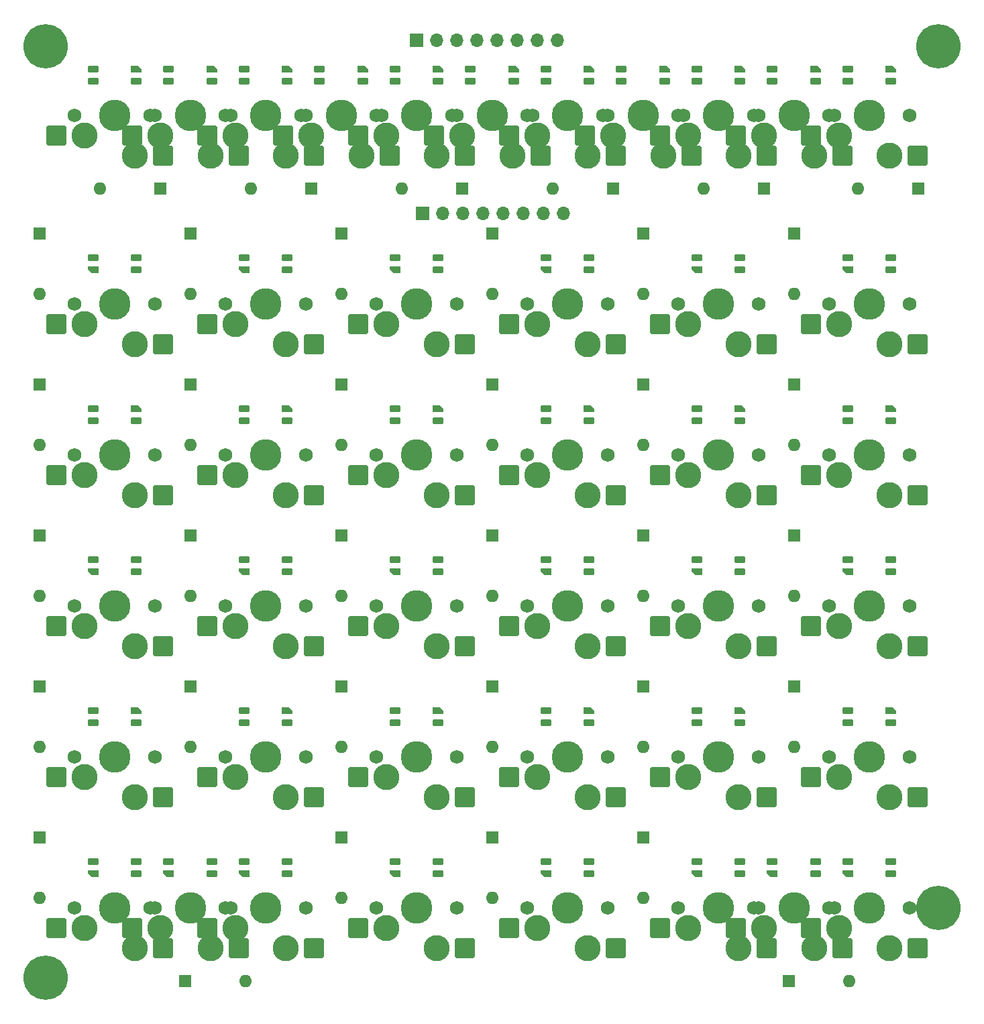
<source format=gbr>
%TF.GenerationSoftware,KiCad,Pcbnew,(6.0.9)*%
%TF.CreationDate,2022-12-06T20:11:38+01:00*%
%TF.ProjectId,tekskey-rounded-half,74656b73-6b65-4792-9d72-6f756e646564,rev?*%
%TF.SameCoordinates,Original*%
%TF.FileFunction,Soldermask,Top*%
%TF.FilePolarity,Negative*%
%FSLAX46Y46*%
G04 Gerber Fmt 4.6, Leading zero omitted, Abs format (unit mm)*
G04 Created by KiCad (PCBNEW (6.0.9)) date 2022-12-06 20:11:38*
%MOMM*%
%LPD*%
G01*
G04 APERTURE LIST*
G04 Aperture macros list*
%AMRoundRect*
0 Rectangle with rounded corners*
0 $1 Rounding radius*
0 $2 $3 $4 $5 $6 $7 $8 $9 X,Y pos of 4 corners*
0 Add a 4 corners polygon primitive as box body*
4,1,4,$2,$3,$4,$5,$6,$7,$8,$9,$2,$3,0*
0 Add four circle primitives for the rounded corners*
1,1,$1+$1,$2,$3*
1,1,$1+$1,$4,$5*
1,1,$1+$1,$6,$7*
1,1,$1+$1,$8,$9*
0 Add four rect primitives between the rounded corners*
20,1,$1+$1,$2,$3,$4,$5,0*
20,1,$1+$1,$4,$5,$6,$7,0*
20,1,$1+$1,$6,$7,$8,$9,0*
20,1,$1+$1,$8,$9,$2,$3,0*%
%AMFreePoly0*
4,1,18,-0.410000,0.265000,0.000000,0.675000,0.328000,0.675000,0.359380,0.668758,0.385983,0.650983,0.403758,0.624380,0.410000,0.593000,0.410000,-0.593000,0.403758,-0.624380,0.385983,-0.650983,0.359380,-0.668758,0.328000,-0.675000,-0.328000,-0.675000,-0.359380,-0.668758,-0.385983,-0.650983,-0.403758,-0.624380,-0.410000,-0.593000,-0.410000,0.265000,-0.410000,0.265000,$1*%
G04 Aperture macros list end*
%ADD10C,1.750000*%
%ADD11C,3.987800*%
%ADD12C,3.300000*%
%ADD13RoundRect,0.250000X1.025000X1.000000X-1.025000X1.000000X-1.025000X-1.000000X1.025000X-1.000000X0*%
%ADD14RoundRect,0.082000X0.593000X-0.328000X0.593000X0.328000X-0.593000X0.328000X-0.593000X-0.328000X0*%
%ADD15FreePoly0,90.000000*%
%ADD16C,5.600000*%
%ADD17R,1.600000X1.600000*%
%ADD18O,1.600000X1.600000*%
%ADD19RoundRect,0.082000X-0.593000X0.328000X-0.593000X-0.328000X0.593000X-0.328000X0.593000X0.328000X0*%
%ADD20FreePoly0,270.000000*%
%ADD21R,1.700000X1.700000*%
%ADD22O,1.700000X1.700000*%
G04 APERTURE END LIST*
D10*
%TO.C,SW51B101*%
X69869700Y-150875900D03*
X59709700Y-150875900D03*
D11*
X64789700Y-150875900D03*
D12*
X60979700Y-153415900D03*
D13*
X57429700Y-153415900D03*
X70879700Y-155955900D03*
D12*
X67329700Y-155955900D03*
%TD*%
D14*
%TO.C,LED136*%
X134189700Y-145045900D03*
X134189700Y-146545900D03*
X128739700Y-145045900D03*
D15*
X128739700Y-146545900D03*
%TD*%
D16*
%TO.C,J106*%
X159250702Y-150896810D03*
%TD*%
D17*
%TO.C,D128*%
X102889700Y-122935900D03*
D18*
X102889700Y-130555900D03*
%TD*%
D17*
%TO.C,D102*%
X80029700Y-60070900D03*
D18*
X72409700Y-60070900D03*
%TD*%
D14*
%TO.C,LED121*%
X96089700Y-106945900D03*
X96089700Y-108445900D03*
X90639700Y-106945900D03*
D15*
X90639700Y-108445900D03*
%TD*%
D19*
%TO.C,LED1B101*%
X81114700Y-46533400D03*
X81114700Y-45033400D03*
X86564700Y-46533400D03*
D20*
X86564700Y-45033400D03*
%TD*%
D14*
%TO.C,LED123*%
X134189700Y-106945900D03*
X134189700Y-108445900D03*
X128739700Y-106945900D03*
D15*
X128739700Y-108445900D03*
%TD*%
D17*
%TO.C,D129*%
X121939700Y-122935900D03*
D18*
X121939700Y-130555900D03*
%TD*%
D14*
%TO.C,LED110*%
X115139700Y-68845900D03*
X115139700Y-70345900D03*
X109689700Y-68845900D03*
D15*
X109689700Y-70345900D03*
%TD*%
D10*
%TO.C,SW130*%
X145434700Y-131825900D03*
X155594700Y-131825900D03*
D11*
X150514700Y-131825900D03*
D12*
X146704700Y-134365900D03*
D13*
X143154700Y-134365900D03*
D12*
X153054700Y-136905900D03*
D13*
X156604700Y-136905900D03*
%TD*%
D11*
%TO.C,SW122*%
X112414700Y-112775900D03*
D10*
X117494700Y-112775900D03*
X107334700Y-112775900D03*
D12*
X108604700Y-115315900D03*
D13*
X105054700Y-115315900D03*
X118504700Y-117855900D03*
D12*
X114954700Y-117855900D03*
%TD*%
D10*
%TO.C,SW112*%
X155594700Y-74675900D03*
D11*
X150514700Y-74675900D03*
D10*
X145434700Y-74675900D03*
D12*
X146704700Y-77215900D03*
D13*
X143154700Y-77215900D03*
D12*
X153054700Y-79755900D03*
D13*
X156604700Y-79755900D03*
%TD*%
D14*
%TO.C,LED138*%
X153239700Y-145045900D03*
X153239700Y-146545900D03*
X147789700Y-145045900D03*
D15*
X147789700Y-146545900D03*
%TD*%
D10*
%TO.C,SW110*%
X107334700Y-74675900D03*
X117494700Y-74675900D03*
D11*
X112414700Y-74675900D03*
D13*
X105054700Y-77215900D03*
D12*
X108604700Y-77215900D03*
X114954700Y-79755900D03*
D13*
X118504700Y-79755900D03*
%TD*%
D17*
%TO.C,D122*%
X102889700Y-103885900D03*
D18*
X102889700Y-111505900D03*
%TD*%
D11*
%TO.C,SW120*%
X74314700Y-112775900D03*
D10*
X69234700Y-112775900D03*
X79394700Y-112775900D03*
D12*
X70504700Y-115315900D03*
D13*
X66954700Y-115315900D03*
D12*
X76854700Y-117855900D03*
D13*
X80404700Y-117855900D03*
%TD*%
D17*
%TO.C,D125*%
X45739700Y-122935900D03*
D18*
X45739700Y-130555900D03*
%TD*%
D16*
%TO.C,J103*%
X159250702Y-42153060D03*
%TD*%
D10*
%TO.C,SW132*%
X69234700Y-150875900D03*
D11*
X74314700Y-150875900D03*
D10*
X79394700Y-150875900D03*
D12*
X70504700Y-153415900D03*
D13*
X66954700Y-153415900D03*
X80404700Y-155955900D03*
D12*
X76854700Y-155955900D03*
%TD*%
D11*
%TO.C,SW108*%
X74314700Y-74675900D03*
D10*
X69234700Y-74675900D03*
X79394700Y-74675900D03*
D13*
X66954700Y-77215900D03*
D12*
X70504700Y-77215900D03*
D13*
X80404700Y-79755900D03*
D12*
X76854700Y-79755900D03*
%TD*%
D10*
%TO.C,SW104*%
X107334700Y-50863400D03*
X117494700Y-50863400D03*
D11*
X112414700Y-50863400D03*
D13*
X105054700Y-53403400D03*
D12*
X108604700Y-53403400D03*
D13*
X118504700Y-55943400D03*
D12*
X114954700Y-55943400D03*
%TD*%
D14*
%TO.C,LED135*%
X115139700Y-145045900D03*
X115139700Y-146545900D03*
X109689700Y-145045900D03*
D15*
X109689700Y-146545900D03*
%TD*%
D10*
%TO.C,SW101*%
X60344700Y-50863400D03*
X50184700Y-50863400D03*
D11*
X55264700Y-50863400D03*
D12*
X51454700Y-53403400D03*
D13*
X47904700Y-53403400D03*
D12*
X57804700Y-55943400D03*
D13*
X61354700Y-55943400D03*
%TD*%
D17*
%TO.C,D126*%
X64789700Y-122935900D03*
D18*
X64789700Y-130555900D03*
%TD*%
D17*
%TO.C,D131*%
X45739700Y-141985900D03*
D18*
X45739700Y-149605900D03*
%TD*%
D19*
%TO.C,LED105*%
X128739700Y-46533400D03*
X128739700Y-45033400D03*
X134189700Y-46533400D03*
D20*
X134189700Y-45033400D03*
%TD*%
D17*
%TO.C,D106*%
X156705950Y-60070900D03*
D18*
X149085950Y-60070900D03*
%TD*%
D11*
%TO.C,SW107*%
X55264700Y-74675900D03*
D10*
X60344700Y-74675900D03*
X50184700Y-74675900D03*
D13*
X47904700Y-77215900D03*
D12*
X51454700Y-77215900D03*
D13*
X61354700Y-79755900D03*
D12*
X57804700Y-79755900D03*
%TD*%
D16*
%TO.C,J105*%
X46538202Y-42153060D03*
%TD*%
D19*
%TO.C,LED103*%
X90639700Y-46533400D03*
X90639700Y-45033400D03*
X96089700Y-46533400D03*
D20*
X96089700Y-45033400D03*
%TD*%
D10*
%TO.C,SW133*%
X88284700Y-150875900D03*
X98444700Y-150875900D03*
D11*
X93364700Y-150875900D03*
D12*
X89554700Y-153415900D03*
D13*
X86004700Y-153415900D03*
D12*
X95904700Y-155955900D03*
D13*
X99454700Y-155955900D03*
%TD*%
D21*
%TO.C,J102*%
X93364700Y-41359310D03*
D22*
X95904700Y-41359310D03*
X98444700Y-41359310D03*
X100984700Y-41359310D03*
X103524700Y-41359310D03*
X106064700Y-41359310D03*
X108604700Y-41359310D03*
X111144700Y-41359310D03*
%TD*%
D10*
%TO.C,SW123*%
X136544700Y-112775900D03*
D11*
X131464700Y-112775900D03*
D10*
X126384700Y-112775900D03*
D12*
X127654700Y-115315900D03*
D13*
X124104700Y-115315900D03*
D12*
X134004700Y-117855900D03*
D13*
X137554700Y-117855900D03*
%TD*%
D11*
%TO.C,SW131*%
X55264700Y-150875900D03*
D10*
X60344700Y-150875900D03*
X50184700Y-150875900D03*
D12*
X51454700Y-153415900D03*
D13*
X47904700Y-153415900D03*
D12*
X57804700Y-155955900D03*
D13*
X61354700Y-155955900D03*
%TD*%
D10*
%TO.C,SW114*%
X79394700Y-93725900D03*
X69234700Y-93725900D03*
D11*
X74314700Y-93725900D03*
D13*
X66954700Y-96265900D03*
D12*
X70504700Y-96265900D03*
D13*
X80404700Y-98805900D03*
D12*
X76854700Y-98805900D03*
%TD*%
D17*
%TO.C,D121*%
X83839700Y-103885900D03*
D18*
X83839700Y-111505900D03*
%TD*%
D17*
%TO.C,D115*%
X83839700Y-84835900D03*
D18*
X83839700Y-92455900D03*
%TD*%
D11*
%TO.C,SW121*%
X93364700Y-112775900D03*
D10*
X88284700Y-112775900D03*
X98444700Y-112775900D03*
D13*
X86004700Y-115315900D03*
D12*
X89554700Y-115315900D03*
D13*
X99454700Y-117855900D03*
D12*
X95904700Y-117855900D03*
%TD*%
D10*
%TO.C,SW103*%
X98444700Y-50863400D03*
X88284700Y-50863400D03*
D11*
X93364700Y-50863400D03*
D13*
X86004700Y-53403400D03*
D12*
X89554700Y-53403400D03*
D13*
X99454700Y-55943400D03*
D12*
X95904700Y-55943400D03*
%TD*%
D14*
%TO.C,LED109*%
X96089700Y-68845900D03*
X96089700Y-70345900D03*
X90639700Y-68845900D03*
D15*
X90639700Y-70345900D03*
%TD*%
D14*
%TO.C,LED108*%
X77039700Y-68845900D03*
X77039700Y-70345900D03*
X71589700Y-68845900D03*
D15*
X71589700Y-70345900D03*
%TD*%
D14*
%TO.C,LED132*%
X67514700Y-145045900D03*
X67514700Y-146545900D03*
X62064700Y-145045900D03*
D15*
X62064700Y-146545900D03*
%TD*%
D19*
%TO.C,LED101*%
X52539700Y-46533400D03*
X52539700Y-45033400D03*
X57989700Y-46533400D03*
D20*
X57989700Y-45033400D03*
%TD*%
D10*
%TO.C,SW135*%
X126384700Y-150875900D03*
D11*
X131464700Y-150875900D03*
D10*
X136544700Y-150875900D03*
D12*
X127654700Y-153415900D03*
D13*
X124104700Y-153415900D03*
X137554700Y-155955900D03*
D12*
X134004700Y-155955900D03*
%TD*%
D19*
%TO.C,LED126*%
X71589700Y-127495900D03*
X71589700Y-125995900D03*
X77039700Y-127495900D03*
D20*
X77039700Y-125995900D03*
%TD*%
D19*
%TO.C,LED117*%
X128739700Y-89395900D03*
X128739700Y-87895900D03*
X134189700Y-89395900D03*
D20*
X134189700Y-87895900D03*
%TD*%
D11*
%TO.C,SW3B101*%
X102889700Y-50863400D03*
D10*
X97809700Y-50863400D03*
X107969700Y-50863400D03*
D13*
X95529700Y-53403400D03*
D12*
X99079700Y-53403400D03*
X105429700Y-55943400D03*
D13*
X108979700Y-55943400D03*
%TD*%
D11*
%TO.C,SW2B101*%
X83839700Y-50863400D03*
D10*
X78759700Y-50863400D03*
X88919700Y-50863400D03*
D13*
X76479700Y-53403400D03*
D12*
X80029700Y-53403400D03*
D13*
X89929700Y-55943400D03*
D12*
X86379700Y-55943400D03*
%TD*%
D17*
%TO.C,D113*%
X45739700Y-84835900D03*
D18*
X45739700Y-92455900D03*
%TD*%
D11*
%TO.C,SW126*%
X74314700Y-131825900D03*
D10*
X69234700Y-131825900D03*
X79394700Y-131825900D03*
D13*
X66954700Y-134365900D03*
D12*
X70504700Y-134365900D03*
X76854700Y-136905900D03*
D13*
X80404700Y-136905900D03*
%TD*%
D17*
%TO.C,D132*%
X64154700Y-160083400D03*
D18*
X71774700Y-160083400D03*
%TD*%
D17*
%TO.C,D123*%
X121939700Y-103885900D03*
D18*
X121939700Y-111505900D03*
%TD*%
D11*
%TO.C,SW102*%
X74314700Y-50863400D03*
D10*
X79394700Y-50863400D03*
X69234700Y-50863400D03*
D12*
X70504700Y-53403400D03*
D13*
X66954700Y-53403400D03*
D12*
X76854700Y-55943400D03*
D13*
X80404700Y-55943400D03*
%TD*%
D17*
%TO.C,D134*%
X102889700Y-141985900D03*
D18*
X102889700Y-149605900D03*
%TD*%
D17*
%TO.C,D105*%
X137179700Y-60070900D03*
D18*
X129559700Y-60070900D03*
%TD*%
D17*
%TO.C,D110*%
X102889700Y-65785900D03*
D18*
X102889700Y-73405900D03*
%TD*%
D11*
%TO.C,SW55B101*%
X140989700Y-150875900D03*
D10*
X135909700Y-150875900D03*
X146069700Y-150875900D03*
D13*
X133629700Y-153415900D03*
D12*
X137179700Y-153415900D03*
D13*
X147079700Y-155955900D03*
D12*
X143529700Y-155955900D03*
%TD*%
D17*
%TO.C,D107*%
X45739700Y-65785900D03*
D18*
X45739700Y-73405900D03*
%TD*%
D14*
%TO.C,LED120*%
X77039700Y-106945900D03*
X77039700Y-108445900D03*
X71589700Y-106945900D03*
D15*
X71589700Y-108445900D03*
%TD*%
D10*
%TO.C,SW118*%
X155594700Y-93725900D03*
D11*
X150514700Y-93725900D03*
D10*
X145434700Y-93725900D03*
D13*
X143154700Y-96265900D03*
D12*
X146704700Y-96265900D03*
D13*
X156604700Y-98805900D03*
D12*
X153054700Y-98805900D03*
%TD*%
D17*
%TO.C,D109*%
X83839700Y-65785900D03*
D18*
X83839700Y-73405900D03*
%TD*%
D19*
%TO.C,LED102*%
X71589700Y-46533400D03*
X71589700Y-45033400D03*
X77039700Y-46533400D03*
D20*
X77039700Y-45033400D03*
%TD*%
D17*
%TO.C,D112*%
X140989700Y-65785900D03*
D18*
X140989700Y-73405900D03*
%TD*%
D17*
%TO.C,D124*%
X140989700Y-103885900D03*
D18*
X140989700Y-111505900D03*
%TD*%
D19*
%TO.C,LED114*%
X71589700Y-89395900D03*
X71589700Y-87895900D03*
X77039700Y-89395900D03*
D20*
X77039700Y-87895900D03*
%TD*%
D17*
%TO.C,D104*%
X118129700Y-60070900D03*
D18*
X110509700Y-60070900D03*
%TD*%
D14*
%TO.C,LED133*%
X77039700Y-145045900D03*
X77039700Y-146545900D03*
X71589700Y-145045900D03*
D15*
X71589700Y-146545900D03*
%TD*%
D19*
%TO.C,LED118*%
X147789700Y-89395900D03*
X147789700Y-87895900D03*
X153239700Y-89395900D03*
D20*
X153239700Y-87895900D03*
%TD*%
D10*
%TO.C,SW4B101*%
X127019700Y-50863400D03*
D11*
X121939700Y-50863400D03*
D10*
X116859700Y-50863400D03*
D12*
X118129700Y-53403400D03*
D13*
X114579700Y-53403400D03*
X128029700Y-55943400D03*
D12*
X124479700Y-55943400D03*
%TD*%
D19*
%TO.C,LED116*%
X109689700Y-89395900D03*
X109689700Y-87895900D03*
X115139700Y-89395900D03*
D20*
X115139700Y-87895900D03*
%TD*%
D10*
%TO.C,SW106*%
X145434700Y-50863400D03*
X155594700Y-50863400D03*
D11*
X150514700Y-50863400D03*
D12*
X146704700Y-53403400D03*
D13*
X143154700Y-53403400D03*
D12*
X153054700Y-55943400D03*
D13*
X156604700Y-55943400D03*
%TD*%
D19*
%TO.C,LED125*%
X52539700Y-127495900D03*
X52539700Y-125995900D03*
X57989700Y-127495900D03*
D20*
X57989700Y-125995900D03*
%TD*%
D17*
%TO.C,D108*%
X64789700Y-65785900D03*
D18*
X64789700Y-73405900D03*
%TD*%
D17*
%TO.C,D136*%
X140354700Y-160083400D03*
D18*
X147974700Y-160083400D03*
%TD*%
D17*
%TO.C,D101*%
X60979700Y-60070900D03*
D18*
X53359700Y-60070900D03*
%TD*%
D14*
%TO.C,LED137*%
X143714700Y-145045900D03*
X143714700Y-146545900D03*
X138264700Y-145045900D03*
D15*
X138264700Y-146545900D03*
%TD*%
D11*
%TO.C,SW113*%
X55264700Y-93725900D03*
D10*
X50184700Y-93725900D03*
X60344700Y-93725900D03*
D13*
X47904700Y-96265900D03*
D12*
X51454700Y-96265900D03*
X57804700Y-98805900D03*
D13*
X61354700Y-98805900D03*
%TD*%
D19*
%TO.C,LED3B101*%
X119214700Y-46533400D03*
X119214700Y-45033400D03*
X124664700Y-46533400D03*
D20*
X124664700Y-45033400D03*
%TD*%
D17*
%TO.C,D135*%
X121939700Y-141985900D03*
D18*
X121939700Y-149605900D03*
%TD*%
D11*
%TO.C,SW1B101*%
X64789700Y-50863400D03*
D10*
X59709700Y-50863400D03*
X69869700Y-50863400D03*
D12*
X60979700Y-53403400D03*
D13*
X57429700Y-53403400D03*
X70879700Y-55943400D03*
D12*
X67329700Y-55943400D03*
%TD*%
D19*
%TO.C,LED106*%
X147789700Y-46533400D03*
X147789700Y-45033400D03*
X153239700Y-46533400D03*
D20*
X153239700Y-45033400D03*
%TD*%
D10*
%TO.C,SW105*%
X126384700Y-50863400D03*
X136544700Y-50863400D03*
D11*
X131464700Y-50863400D03*
D12*
X127654700Y-53403400D03*
D13*
X124104700Y-53403400D03*
D12*
X134004700Y-55943400D03*
D13*
X137554700Y-55943400D03*
%TD*%
D17*
%TO.C,D103*%
X99079700Y-60070900D03*
D18*
X91459700Y-60070900D03*
%TD*%
D19*
%TO.C,LED0B101*%
X62064700Y-46533400D03*
X62064700Y-45033400D03*
X67514700Y-46533400D03*
D20*
X67514700Y-45033400D03*
%TD*%
D19*
%TO.C,LED104*%
X109689700Y-46533400D03*
X109689700Y-45033400D03*
X115139700Y-46533400D03*
D20*
X115139700Y-45033400D03*
%TD*%
D11*
%TO.C,SW5B101*%
X140989700Y-50863400D03*
D10*
X146069700Y-50863400D03*
X135909700Y-50863400D03*
D13*
X133629700Y-53403400D03*
D12*
X137179700Y-53403400D03*
X143529700Y-55943400D03*
D13*
X147079700Y-55943400D03*
%TD*%
D11*
%TO.C,SW119*%
X55264700Y-112775900D03*
D10*
X60344700Y-112775900D03*
X50184700Y-112775900D03*
D12*
X51454700Y-115315900D03*
D13*
X47904700Y-115315900D03*
X61354700Y-117855900D03*
D12*
X57804700Y-117855900D03*
%TD*%
D17*
%TO.C,D133*%
X83839700Y-141985900D03*
D18*
X83839700Y-149605900D03*
%TD*%
D19*
%TO.C,LED127*%
X90639700Y-127495900D03*
X90639700Y-125995900D03*
X96089700Y-127495900D03*
D20*
X96089700Y-125995900D03*
%TD*%
D14*
%TO.C,LED134*%
X96089700Y-145045900D03*
X96089700Y-146545900D03*
X90639700Y-145045900D03*
D15*
X90639700Y-146545900D03*
%TD*%
D19*
%TO.C,LED2B101*%
X100164700Y-46533400D03*
X100164700Y-45033400D03*
X105614700Y-46533400D03*
D20*
X105614700Y-45033400D03*
%TD*%
D10*
%TO.C,SW127*%
X98444700Y-131825900D03*
D11*
X93364700Y-131825900D03*
D10*
X88284700Y-131825900D03*
D13*
X86004700Y-134365900D03*
D12*
X89554700Y-134365900D03*
X95904700Y-136905900D03*
D13*
X99454700Y-136905900D03*
%TD*%
D14*
%TO.C,LED122*%
X115139700Y-106945900D03*
X115139700Y-108445900D03*
X109689700Y-106945900D03*
D15*
X109689700Y-108445900D03*
%TD*%
D10*
%TO.C,SW136*%
X145434700Y-150875900D03*
X155594700Y-150875900D03*
D11*
X150514700Y-150875900D03*
D12*
X146704700Y-153415900D03*
D13*
X143154700Y-153415900D03*
X156604700Y-155955900D03*
D12*
X153054700Y-155955900D03*
%TD*%
D10*
%TO.C,SW117*%
X126384700Y-93725900D03*
X136544700Y-93725900D03*
D11*
X131464700Y-93725900D03*
D13*
X124104700Y-96265900D03*
D12*
X127654700Y-96265900D03*
D13*
X137554700Y-98805900D03*
D12*
X134004700Y-98805900D03*
%TD*%
D11*
%TO.C,SW125*%
X55264700Y-131825900D03*
D10*
X50184700Y-131825900D03*
X60344700Y-131825900D03*
D12*
X51454700Y-134365900D03*
D13*
X47904700Y-134365900D03*
D12*
X57804700Y-136905900D03*
D13*
X61354700Y-136905900D03*
%TD*%
D17*
%TO.C,D111*%
X121939700Y-65785900D03*
D18*
X121939700Y-73405900D03*
%TD*%
D10*
%TO.C,SW111*%
X126384700Y-74675900D03*
X136544700Y-74675900D03*
D11*
X131464700Y-74675900D03*
D13*
X124104700Y-77215900D03*
D12*
X127654700Y-77215900D03*
X134004700Y-79755900D03*
D13*
X137554700Y-79755900D03*
%TD*%
D14*
%TO.C,LED124*%
X153239700Y-106945900D03*
X153239700Y-108445900D03*
X147789700Y-106945900D03*
D15*
X147789700Y-108445900D03*
%TD*%
D17*
%TO.C,D116*%
X102889700Y-84835900D03*
D18*
X102889700Y-92455900D03*
%TD*%
D17*
%TO.C,D120*%
X64789700Y-103885900D03*
D18*
X64789700Y-111505900D03*
%TD*%
D10*
%TO.C,SW129*%
X136544700Y-131825900D03*
D11*
X131464700Y-131825900D03*
D10*
X126384700Y-131825900D03*
D13*
X124104700Y-134365900D03*
D12*
X127654700Y-134365900D03*
X134004700Y-136905900D03*
D13*
X137554700Y-136905900D03*
%TD*%
D17*
%TO.C,D127*%
X83839700Y-122935900D03*
D18*
X83839700Y-130555900D03*
%TD*%
D14*
%TO.C,LED111*%
X134189700Y-68845900D03*
X134189700Y-70345900D03*
X128739700Y-68845900D03*
D15*
X128739700Y-70345900D03*
%TD*%
D21*
%TO.C,J101*%
X94158450Y-63245900D03*
D22*
X96698450Y-63245900D03*
X99238450Y-63245900D03*
X101778450Y-63245900D03*
X104318450Y-63245900D03*
X106858450Y-63245900D03*
X109398450Y-63245900D03*
X111938450Y-63245900D03*
%TD*%
D10*
%TO.C,SW116*%
X117494700Y-93725900D03*
X107334700Y-93725900D03*
D11*
X112414700Y-93725900D03*
D13*
X105054700Y-96265900D03*
D12*
X108604700Y-96265900D03*
D13*
X118504700Y-98805900D03*
D12*
X114954700Y-98805900D03*
%TD*%
D19*
%TO.C,LED128*%
X109689700Y-127495900D03*
X109689700Y-125995900D03*
X115139700Y-127495900D03*
D20*
X115139700Y-125995900D03*
%TD*%
D17*
%TO.C,D130*%
X140989700Y-122935900D03*
D18*
X140989700Y-130555900D03*
%TD*%
D19*
%TO.C,LED4B101*%
X138264700Y-46533400D03*
X138264700Y-45033400D03*
X143714700Y-46533400D03*
D20*
X143714700Y-45033400D03*
%TD*%
D17*
%TO.C,D114*%
X64789700Y-84835900D03*
D18*
X64789700Y-92455900D03*
%TD*%
D10*
%TO.C,SW134*%
X117494700Y-150875900D03*
X107334700Y-150875900D03*
D11*
X112414700Y-150875900D03*
D12*
X108604700Y-153415900D03*
D13*
X105054700Y-153415900D03*
X118504700Y-155955900D03*
D12*
X114954700Y-155955900D03*
%TD*%
D19*
%TO.C,LED115*%
X90639700Y-89395900D03*
X90639700Y-87895900D03*
X96089700Y-89395900D03*
D20*
X96089700Y-87895900D03*
%TD*%
D19*
%TO.C,LED129*%
X128739700Y-127495900D03*
X128739700Y-125995900D03*
X134189700Y-127495900D03*
D20*
X134189700Y-125995900D03*
%TD*%
D11*
%TO.C,SW109*%
X93364700Y-74675900D03*
D10*
X88284700Y-74675900D03*
X98444700Y-74675900D03*
D13*
X86004700Y-77215900D03*
D12*
X89554700Y-77215900D03*
D13*
X99454700Y-79755900D03*
D12*
X95904700Y-79755900D03*
%TD*%
D17*
%TO.C,D118*%
X140989700Y-84835900D03*
D18*
X140989700Y-92455900D03*
%TD*%
D10*
%TO.C,SW115*%
X88284700Y-93725900D03*
X98444700Y-93725900D03*
D11*
X93364700Y-93725900D03*
D12*
X89554700Y-96265900D03*
D13*
X86004700Y-96265900D03*
X99454700Y-98805900D03*
D12*
X95904700Y-98805900D03*
%TD*%
D19*
%TO.C,LED113*%
X52539700Y-89395900D03*
X52539700Y-87895900D03*
X57989700Y-89395900D03*
D20*
X57989700Y-87895900D03*
%TD*%
D17*
%TO.C,D119*%
X45739700Y-103885900D03*
D18*
X45739700Y-111505900D03*
%TD*%
D11*
%TO.C,SW124*%
X150514700Y-112775900D03*
D10*
X155594700Y-112775900D03*
X145434700Y-112775900D03*
D12*
X146704700Y-115315900D03*
D13*
X143154700Y-115315900D03*
D12*
X153054700Y-117855900D03*
D13*
X156604700Y-117855900D03*
%TD*%
D17*
%TO.C,D117*%
X121939700Y-84835900D03*
D18*
X121939700Y-92455900D03*
%TD*%
D19*
%TO.C,LED130*%
X147789700Y-127495900D03*
X147789700Y-125995900D03*
X153239700Y-127495900D03*
D20*
X153239700Y-125995900D03*
%TD*%
D14*
%TO.C,LED107*%
X57989700Y-68845900D03*
X57989700Y-70345900D03*
X52539700Y-68845900D03*
D15*
X52539700Y-70345900D03*
%TD*%
D14*
%TO.C,LED119*%
X57989700Y-106945900D03*
X57989700Y-108445900D03*
X52539700Y-106945900D03*
D15*
X52539700Y-108445900D03*
%TD*%
D10*
%TO.C,SW128*%
X107334700Y-131825900D03*
X117494700Y-131825900D03*
D11*
X112414700Y-131825900D03*
D13*
X105054700Y-134365900D03*
D12*
X108604700Y-134365900D03*
X114954700Y-136905900D03*
D13*
X118504700Y-136905900D03*
%TD*%
D14*
%TO.C,LED112*%
X153239700Y-68845900D03*
X153239700Y-70345900D03*
X147789700Y-68845900D03*
D15*
X147789700Y-70345900D03*
%TD*%
D14*
%TO.C,LED131*%
X57989700Y-145045900D03*
X57989700Y-146545900D03*
X52539700Y-145045900D03*
D15*
X52539700Y-146545900D03*
%TD*%
D16*
%TO.C,J104*%
X46538202Y-159628060D03*
%TD*%
M02*

</source>
